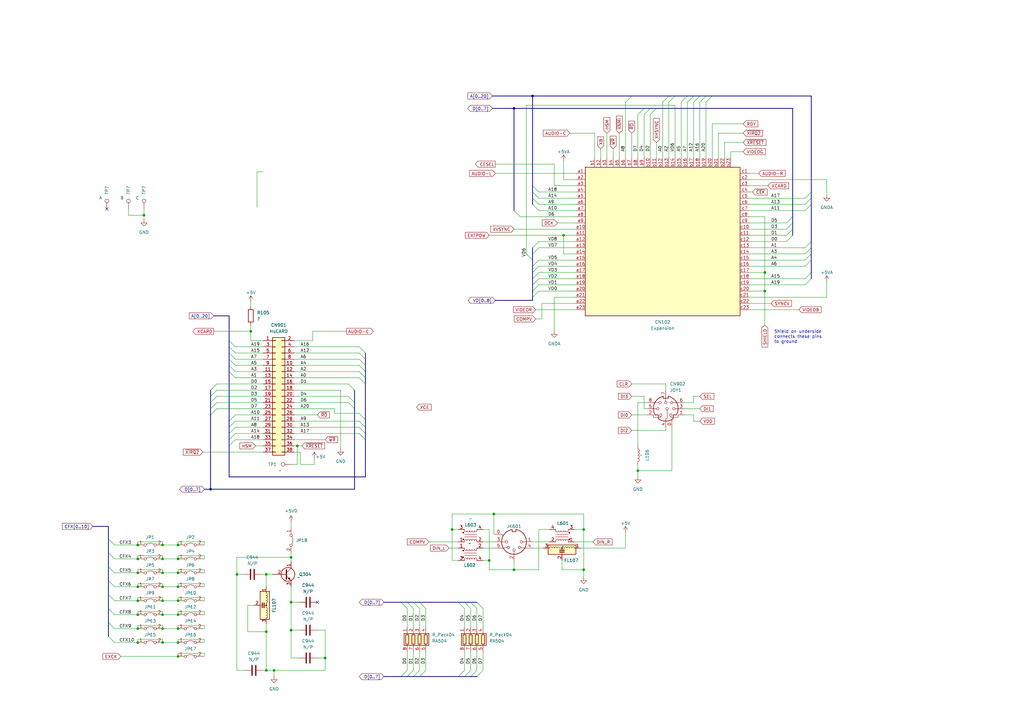
<source format=kicad_sch>
(kicad_sch (version 20230121) (generator eeschema)
  (paper "A3")
  (title_block (title "PC Engine Connectors") (date "2023-08-17") (rev "1.0") (comment 1 "Differences reverse engineered from original PWD-623A board") (comment 2 "Adapted from existing TurboGrafx-16 schematics by Cosam"))
  (junction (at 313.69 119.38))
  (junction (at 66.675 252.095))
  (junction (at 119.38 247.015))
  (junction (at 112.395 274.955))
  (junction (at 119.38 258.445))
  (junction (at 56.515 252.095))
  (junction (at 239.395 233.68))
  (junction (at 56.515 223.52))
  (junction (at 56.515 246.38))
  (junction (at 119.38 228.6))
  (junction (at 102.87 135.89))
  (junction (at 185.42 217.17))
  (junction (at 56.515 229.235))
  (junction (at 202.565 210.82))
  (junction (at 66.675 234.95))
  (junction (at 59.055 88.265))
  (junction (at 73.025 234.95))
  (junction (at 66.675 223.52))
  (junction (at 73.025 252.095))
  (junction (at 121.92 182.88))
  (junction (at 56.515 257.81))
  (junction (at 133.35 269.875))
  (junction (at 313.69 111.76))
  (junction (at 73.025 269.24))
  (junction (at 109.22 274.955))
  (junction (at 218.44 39.37))
  (junction (at 66.675 263.525))
  (junction (at 97.155 235.585))
  (junction (at 239.395 217.17))
  (junction (at 231.14 96.52))
  (junction (at 56.515 234.95))
  (junction (at 73.025 223.52))
  (junction (at 56.515 240.665))
  (junction (at 200.66 229.87))
  (junction (at 210.82 44.45))
  (junction (at 73.025 257.81))
  (junction (at 261.62 193.04))
  (junction (at 56.515 263.525))
  (junction (at 66.675 229.235))
  (junction (at 66.675 257.81))
  (junction (at 109.22 235.585))
  (junction (at 109.22 259.08))
  (junction (at 73.025 263.525))
  (junction (at 73.025 240.665))
  (junction (at 73.025 229.235))
  (junction (at 86.36 200.66))
  (junction (at 73.025 246.38))
  (junction (at 66.675 240.665))
  (junction (at 210.82 233.68))
  (junction (at 66.675 246.38))
  (no_connect (at 43.815 85.725))
  (no_connect (at 130.175 247.015))
  (bus_entry (at 44.45 238.125) (size 2.54 2.54))
  (bus_entry (at 218.44 106.68) (size -2.54 -2.54))
  (bus_entry (at 261.62 46.99) (size 2.54 -2.54))
  (bus_entry (at 149.86 175.26) (size -2.54 -2.54))
  (bus_entry (at 218.44 101.6) (size 2.54 -2.54))
  (bus_entry (at 86.36 165.1) (size 2.54 -2.54))
  (bus_entry (at 330.2 106.68) (size 2.54 -2.54))
  (bus_entry (at 149.86 180.34) (size -2.54 -2.54))
  (bus_entry (at 93.98 144.78) (size 2.54 2.54))
  (bus_entry (at 93.98 149.86) (size 2.54 2.54))
  (bus_entry (at 149.86 144.78) (size -2.54 -2.54))
  (bus_entry (at 218.44 119.38) (size 2.54 -2.54))
  (bus_entry (at 164.465 277.495) (size 2.54 -2.54))
  (bus_entry (at 147.32 154.94) (size 2.54 2.54))
  (bus_entry (at 210.82 86.36) (size 2.54 2.54))
  (bus_entry (at 281.94 41.91) (size 2.54 -2.54))
  (bus_entry (at 218.44 121.92) (size 2.54 -2.54))
  (bus_entry (at 218.44 109.22) (size 2.54 -2.54))
  (bus_entry (at 93.98 175.26) (size 2.54 -2.54))
  (bus_entry (at 187.96 277.495) (size 2.54 -2.54))
  (bus_entry (at 195.58 247.015) (size 2.54 2.54))
  (bus_entry (at 149.86 177.8) (size -2.54 -2.54))
  (bus_entry (at 193.04 277.495) (size 2.54 -2.54))
  (bus_entry (at 172.085 277.495) (size 2.54 -2.54))
  (bus_entry (at 86.36 170.18) (size 2.54 -2.54))
  (bus_entry (at 287.02 41.91) (size 2.54 -2.54))
  (bus_entry (at 256.54 41.91) (size 2.54 -2.54))
  (bus_entry (at 149.86 154.94) (size -2.54 -2.54))
  (bus_entry (at 167.005 247.015) (size 2.54 2.54))
  (bus_entry (at 289.56 41.91) (size 2.54 -2.54))
  (bus_entry (at 149.86 147.32) (size -2.54 -2.54))
  (bus_entry (at 264.16 46.99) (size 2.54 -2.54))
  (bus_entry (at 266.7 46.99) (size 2.54 -2.54))
  (bus_entry (at 93.98 177.8) (size 2.54 -2.54))
  (bus_entry (at 322.58 99.06) (size 2.54 -2.54))
  (bus_entry (at 330.2 109.22) (size 2.54 -2.54))
  (bus_entry (at 220.98 81.28) (size -2.54 -2.54))
  (bus_entry (at 330.2 83.82) (size 2.54 -2.54))
  (bus_entry (at 322.58 93.98) (size 2.54 -2.54))
  (bus_entry (at 142.875 157.48) (size 2.54 2.54))
  (bus_entry (at 86.36 162.56) (size 2.54 -2.54))
  (bus_entry (at 44.45 243.84) (size 2.54 2.54))
  (bus_entry (at 284.48 41.91) (size 2.54 -2.54))
  (bus_entry (at 93.98 139.7) (size 2.54 2.54))
  (bus_entry (at 145.415 167.64) (size -2.54 -2.54))
  (bus_entry (at 330.2 101.6) (size 2.54 -2.54))
  (bus_entry (at 330.2 81.28) (size 2.54 -2.54))
  (bus_entry (at 220.98 86.36) (size -2.54 -2.54))
  (bus_entry (at 322.58 91.44) (size 2.54 -2.54))
  (bus_entry (at 93.98 172.72) (size 2.54 -2.54))
  (bus_entry (at 145.415 165.1) (size -2.54 -2.54))
  (bus_entry (at 44.45 232.41) (size 2.54 2.54))
  (bus_entry (at 44.45 249.555) (size 2.54 2.54))
  (bus_entry (at 218.44 114.3) (size 2.54 -2.54))
  (bus_entry (at 169.545 277.495) (size 2.54 -2.54))
  (bus_entry (at 169.545 247.015) (size 2.54 2.54))
  (bus_entry (at 322.58 96.52) (size 2.54 -2.54))
  (bus_entry (at 149.86 172.085) (size -2.54 -2.54))
  (bus_entry (at 44.45 226.695) (size 2.54 2.54))
  (bus_entry (at 274.32 41.91) (size 2.54 -2.54))
  (bus_entry (at 218.44 116.84) (size 2.54 -2.54))
  (bus_entry (at 190.5 277.495) (size 2.54 -2.54))
  (bus_entry (at 164.465 247.015) (size 2.54 2.54))
  (bus_entry (at 279.4 41.91) (size 2.54 -2.54))
  (bus_entry (at 218.44 104.14) (size 2.54 -2.54))
  (bus_entry (at 149.86 152.4) (size -2.54 -2.54))
  (bus_entry (at 93.98 147.32) (size 2.54 2.54))
  (bus_entry (at 93.98 152.4) (size 2.54 2.54))
  (bus_entry (at 330.2 116.84) (size 2.54 -2.54))
  (bus_entry (at 220.98 78.74) (size -2.54 -2.54))
  (bus_entry (at 86.36 160.02) (size 2.54 -2.54))
  (bus_entry (at 190.5 247.015) (size 2.54 2.54))
  (bus_entry (at 220.98 83.82) (size -2.54 -2.54))
  (bus_entry (at 218.44 111.76) (size 2.54 -2.54))
  (bus_entry (at 330.2 86.36) (size 2.54 -2.54))
  (bus_entry (at 44.45 260.985) (size 2.54 2.54))
  (bus_entry (at 44.45 255.27) (size 2.54 2.54))
  (bus_entry (at 93.98 182.88) (size 2.54 -2.54))
  (bus_entry (at 44.45 220.98) (size 2.54 2.54))
  (bus_entry (at 93.98 180.34) (size 2.54 -2.54))
  (bus_entry (at 93.98 142.24) (size 2.54 2.54))
  (bus_entry (at 271.78 41.91) (size 2.54 -2.54))
  (bus_entry (at 330.2 114.3) (size 2.54 -2.54))
  (bus_entry (at 167.005 277.495) (size 2.54 -2.54))
  (bus_entry (at 187.96 247.015) (size 2.54 2.54))
  (bus_entry (at 86.36 167.64) (size 2.54 -2.54))
  (bus_entry (at 195.58 277.495) (size 2.54 -2.54))
  (bus_entry (at 149.86 149.86) (size -2.54 -2.54))
  (bus_entry (at 330.2 104.14) (size 2.54 -2.54))
  (bus_entry (at 193.04 247.015) (size 2.54 2.54))
  (bus_entry (at 172.085 247.015) (size 2.54 2.54))
  (wire (pts (xy 46.99 263.525) (xy 56.515 263.525)))
  (wire (pts (xy 73.025 256.54) (xy 83.82 256.54)))
  (wire (pts (xy 256.54 64.77) (xy 256.54 41.91)))
  (wire (pts (xy 139.7 184.15) (xy 139.7 160.02)))
  (wire (pts (xy 112.395 274.955) (xy 112.395 277.495)))
  (wire (pts (xy 276.86 43.18) (xy 215.9 43.18)))
  (bus (pts (xy 210.82 44.45) (xy 210.82 86.36)))
  (wire (pts (xy 294.64 54.61) (xy 294.64 64.77)))
  (wire (pts (xy 83.82 240.665) (xy 83.185 240.665)))
  (wire (pts (xy 109.22 235.585) (xy 111.76 235.585)))
  (wire (pts (xy 83.82 256.54) (xy 83.82 257.81)))
  (wire (pts (xy 275.59 193.04) (xy 275.59 175.26)))
  (wire (pts (xy 220.98 114.3) (xy 236.22 114.3)))
  (bus (pts (xy 93.98 195.58) (xy 149.86 195.58)))
  (bus (pts (xy 167.005 277.495) (xy 164.465 277.495)))
  (wire (pts (xy 66.675 240.665) (xy 73.025 240.665)))
  (wire (pts (xy 56.515 239.395) (xy 56.515 240.665)))
  (wire (pts (xy 266.7 64.77) (xy 266.7 46.99)))
  (bus (pts (xy 203.2 123.19) (xy 218.44 123.19)))
  (wire (pts (xy 49.53 269.24) (xy 73.025 269.24)))
  (wire (pts (xy 73.025 250.825) (xy 83.82 250.825)))
  (bus (pts (xy 167.005 247.015) (xy 164.465 247.015)))
  (bus (pts (xy 87.63 129.54) (xy 93.98 129.54)))
  (wire (pts (xy 174.625 257.175) (xy 174.625 249.555)))
  (wire (pts (xy 169.545 267.335) (xy 169.545 274.955)))
  (bus (pts (xy 332.74 39.37) (xy 332.74 78.74)))
  (bus (pts (xy 172.085 247.015) (xy 169.545 247.015)))
  (wire (pts (xy 222.25 124.46) (xy 236.22 124.46)))
  (bus (pts (xy 218.44 39.37) (xy 259.08 39.37)))
  (wire (pts (xy 299.72 62.23) (xy 304.8 62.23)))
  (wire (pts (xy 280.67 170.18) (xy 284.48 170.18)))
  (wire (pts (xy 236.22 86.36) (xy 220.98 86.36)))
  (wire (pts (xy 66.675 250.825) (xy 66.675 252.095)))
  (wire (pts (xy 56.515 227.965) (xy 66.675 227.965)))
  (wire (pts (xy 83.82 229.235) (xy 83.185 229.235)))
  (bus (pts (xy 44.45 255.27) (xy 44.45 249.555)))
  (wire (pts (xy 66.675 222.25) (xy 66.675 223.52)))
  (wire (pts (xy 284.48 165.1) (xy 284.48 162.56)))
  (wire (pts (xy 195.58 257.175) (xy 195.58 249.555)))
  (wire (pts (xy 97.155 235.585) (xy 97.155 228.6)))
  (wire (pts (xy 97.155 235.585) (xy 97.155 274.955)))
  (wire (pts (xy 88.9 167.64) (xy 107.95 167.64)))
  (wire (pts (xy 73.025 256.54) (xy 73.025 257.81)))
  (wire (pts (xy 83.82 250.825) (xy 83.82 252.095)))
  (bus (pts (xy 44.45 220.98) (xy 44.45 215.9)))
  (wire (pts (xy 238.125 224.79) (xy 256.54 224.79)))
  (wire (pts (xy 243.84 54.61) (xy 243.84 64.77)))
  (wire (pts (xy 202.565 210.82) (xy 239.395 210.82)))
  (wire (pts (xy 200.66 229.87) (xy 200.66 217.17)))
  (wire (pts (xy 107.95 70.485) (xy 105.41 70.485)))
  (wire (pts (xy 185.42 210.82) (xy 185.42 217.17)))
  (wire (pts (xy 203.2 71.12) (xy 236.22 71.12)))
  (wire (pts (xy 96.52 172.72) (xy 107.95 172.72)))
  (wire (pts (xy 83.82 267.97) (xy 83.82 269.24)))
  (wire (pts (xy 307.34 71.12) (xy 311.15 71.12)))
  (wire (pts (xy 56.515 245.11) (xy 66.675 245.11)))
  (wire (pts (xy 56.515 233.68) (xy 66.675 233.68)))
  (wire (pts (xy 230.505 233.68) (xy 239.395 233.68)))
  (wire (pts (xy 56.515 256.54) (xy 56.515 257.81)))
  (bus (pts (xy 86.36 165.1) (xy 86.36 167.64)))
  (bus (pts (xy 218.44 109.22) (xy 218.44 111.76)))
  (wire (pts (xy 73.025 222.25) (xy 83.82 222.25)))
  (bus (pts (xy 149.86 177.8) (xy 149.86 180.34)))
  (wire (pts (xy 307.34 121.92) (xy 339.09 121.92)))
  (wire (pts (xy 254 54.61) (xy 254 64.77)))
  (wire (pts (xy 210.82 229.87) (xy 210.82 233.68)))
  (wire (pts (xy 120.65 144.78) (xy 147.32 144.78)))
  (wire (pts (xy 218.44 222.25) (xy 225.425 222.25)))
  (wire (pts (xy 66.675 262.255) (xy 66.675 263.525)))
  (wire (pts (xy 96.52 147.32) (xy 107.95 147.32)))
  (wire (pts (xy 120.65 177.8) (xy 147.32 177.8)))
  (wire (pts (xy 307.34 86.36) (xy 330.2 86.36)))
  (bus (pts (xy 149.86 175.26) (xy 149.86 177.8)))
  (wire (pts (xy 239.395 233.68) (xy 239.395 236.855)))
  (wire (pts (xy 139.7 160.02) (xy 120.65 160.02)))
  (bus (pts (xy 93.98 182.88) (xy 93.98 195.58)))
  (wire (pts (xy 220.98 106.68) (xy 236.22 106.68)))
  (wire (pts (xy 235.585 222.25) (xy 243.205 222.25)))
  (wire (pts (xy 87.63 135.89) (xy 102.87 135.89)))
  (wire (pts (xy 307.34 127) (xy 327.66 127)))
  (wire (pts (xy 281.94 64.77) (xy 281.94 41.91)))
  (wire (pts (xy 284.48 172.72) (xy 284.48 170.18)))
  (wire (pts (xy 236.22 76.2) (xy 227.33 76.2)))
  (bus (pts (xy 93.98 139.7) (xy 93.98 129.54)))
  (wire (pts (xy 198.12 224.79) (xy 203.2 224.79)))
  (wire (pts (xy 236.22 99.06) (xy 220.98 99.06)))
  (wire (pts (xy 200.66 217.17) (xy 198.12 217.17)))
  (bus (pts (xy 172.085 277.495) (xy 187.96 277.495)))
  (wire (pts (xy 104.775 182.88) (xy 107.95 182.88)))
  (wire (pts (xy 83.82 227.965) (xy 83.82 229.235)))
  (bus (pts (xy 93.98 152.4) (xy 93.98 172.72)))
  (wire (pts (xy 46.99 223.52) (xy 56.515 223.52)))
  (wire (pts (xy 46.99 229.235) (xy 56.515 229.235)))
  (wire (pts (xy 56.515 227.965) (xy 56.515 229.235)))
  (wire (pts (xy 66.675 227.965) (xy 66.675 229.235)))
  (bus (pts (xy 145.415 160.02) (xy 145.415 165.1)))
  (wire (pts (xy 307.34 96.52) (xy 322.58 96.52)))
  (wire (pts (xy 120.65 157.48) (xy 142.875 157.48)))
  (wire (pts (xy 66.675 229.235) (xy 73.025 229.235)))
  (wire (pts (xy 66.675 245.11) (xy 66.675 246.38)))
  (wire (pts (xy 88.9 165.1) (xy 107.95 165.1)))
  (wire (pts (xy 259.08 170.18) (xy 265.43 170.18)))
  (bus (pts (xy 281.94 39.37) (xy 284.48 39.37)))
  (bus (pts (xy 44.45 215.9) (xy 38.1 215.9)))
  (wire (pts (xy 119.38 240.665) (xy 119.38 247.015)))
  (bus (pts (xy 259.08 39.37) (xy 274.32 39.37)))
  (wire (pts (xy 120.65 149.86) (xy 147.32 149.86)))
  (wire (pts (xy 96.52 144.78) (xy 107.95 144.78)))
  (wire (pts (xy 264.16 64.77) (xy 264.16 46.99)))
  (bus (pts (xy 218.44 104.14) (xy 218.44 106.68)))
  (wire (pts (xy 339.09 121.92) (xy 339.09 115.57)))
  (wire (pts (xy 274.32 64.77) (xy 274.32 41.91)))
  (wire (pts (xy 172.085 257.175) (xy 172.085 249.555)))
  (wire (pts (xy 66.675 246.38) (xy 73.025 246.38)))
  (wire (pts (xy 119.38 269.875) (xy 122.555 269.875)))
  (wire (pts (xy 56.515 222.25) (xy 56.515 223.52)))
  (wire (pts (xy 133.35 269.875) (xy 133.35 274.955)))
  (wire (pts (xy 220.98 111.76) (xy 236.22 111.76)))
  (bus (pts (xy 93.98 172.72) (xy 93.98 175.26)))
  (wire (pts (xy 120.65 152.4) (xy 147.32 152.4)))
  (wire (pts (xy 307.34 93.98) (xy 322.58 93.98)))
  (wire (pts (xy 66.675 257.81) (xy 73.025 257.81)))
  (wire (pts (xy 259.08 162.56) (xy 264.16 162.56)))
  (wire (pts (xy 128.27 135.89) (xy 128.27 139.7)))
  (wire (pts (xy 119.38 213.995) (xy 119.38 216.535)))
  (wire (pts (xy 137.16 169.545) (xy 137.16 167.64)))
  (wire (pts (xy 200.66 96.52) (xy 231.14 96.52)))
  (wire (pts (xy 83.82 234.95) (xy 83.185 234.95)))
  (wire (pts (xy 119.38 258.445) (xy 122.555 258.445)))
  (wire (pts (xy 120.65 154.94) (xy 147.32 154.94)))
  (wire (pts (xy 107.95 274.955) (xy 109.22 274.955)))
  (wire (pts (xy 299.72 64.77) (xy 299.72 62.23)))
  (bus (pts (xy 44.45 249.555) (xy 44.45 243.84)))
  (wire (pts (xy 169.545 257.175) (xy 169.545 249.555)))
  (wire (pts (xy 227.33 135.89) (xy 227.33 121.92)))
  (wire (pts (xy 215.9 43.18) (xy 215.9 104.14)))
  (wire (pts (xy 83.82 245.11) (xy 83.82 246.38)))
  (bus (pts (xy 93.98 152.4) (xy 93.98 149.86)))
  (wire (pts (xy 231.14 73.66) (xy 231.14 66.04)))
  (wire (pts (xy 109.22 274.955) (xy 112.395 274.955)))
  (bus (pts (xy 218.44 116.84) (xy 218.44 119.38)))
  (wire (pts (xy 120.65 182.88) (xy 121.92 182.88)))
  (wire (pts (xy 83.82 252.095) (xy 83.185 252.095)))
  (bus (pts (xy 172.085 247.015) (xy 187.96 247.015)))
  (bus (pts (xy 187.96 277.495) (xy 190.5 277.495)))
  (wire (pts (xy 52.705 85.725) (xy 52.705 88.265)))
  (bus (pts (xy 332.74 78.74) (xy 332.74 81.28)))
  (bus (pts (xy 325.12 93.98) (xy 325.12 96.52)))
  (wire (pts (xy 66.675 223.52) (xy 73.025 223.52)))
  (bus (pts (xy 44.45 226.695) (xy 44.45 220.98)))
  (wire (pts (xy 289.56 64.77) (xy 289.56 41.91)))
  (wire (pts (xy 172.085 267.335) (xy 172.085 274.955)))
  (wire (pts (xy 219.71 127) (xy 236.22 127)))
  (wire (pts (xy 294.64 54.61) (xy 304.8 54.61)))
  (bus (pts (xy 332.74 99.06) (xy 332.74 101.6)))
  (wire (pts (xy 102.87 133.35) (xy 102.87 135.89)))
  (wire (pts (xy 59.055 85.725) (xy 59.055 88.265)))
  (wire (pts (xy 121.92 190.5) (xy 119.38 190.5)))
  (wire (pts (xy 222.25 130.81) (xy 222.25 124.46)))
  (wire (pts (xy 184.15 224.79) (xy 187.96 224.79)))
  (wire (pts (xy 167.005 267.335) (xy 167.005 274.955)))
  (wire (pts (xy 73.025 239.395) (xy 73.025 240.665)))
  (wire (pts (xy 200.66 229.87) (xy 200.66 233.68)))
  (wire (pts (xy 130.175 258.445) (xy 133.35 258.445)))
  (wire (pts (xy 73.025 239.395) (xy 83.82 239.395)))
  (wire (pts (xy 133.35 269.875) (xy 130.175 269.875)))
  (bus (pts (xy 284.48 39.37) (xy 287.02 39.37)))
  (wire (pts (xy 120.65 142.24) (xy 147.32 142.24)))
  (wire (pts (xy 83.82 222.25) (xy 83.82 223.52)))
  (wire (pts (xy 73.025 233.68) (xy 73.025 234.95)))
  (wire (pts (xy 104.14 248.285) (xy 101.6 248.285)))
  (wire (pts (xy 236.22 83.82) (xy 220.98 83.82)))
  (wire (pts (xy 307.34 119.38) (xy 313.69 119.38)))
  (wire (pts (xy 218.44 224.79) (xy 222.885 224.79)))
  (wire (pts (xy 123.19 185.42) (xy 123.19 190.5)))
  (wire (pts (xy 210.82 93.98) (xy 236.22 93.98)))
  (wire (pts (xy 83.82 257.81) (xy 83.185 257.81)))
  (wire (pts (xy 251.46 60.96) (xy 251.46 64.77)))
  (wire (pts (xy 292.1 50.8) (xy 292.1 64.77)))
  (wire (pts (xy 46.99 246.38) (xy 56.515 246.38)))
  (bus (pts (xy 332.74 106.68) (xy 332.74 111.76)))
  (wire (pts (xy 280.67 167.64) (xy 287.02 167.64)))
  (bus (pts (xy 44.45 238.125) (xy 44.45 232.41)))
  (wire (pts (xy 133.35 258.445) (xy 133.35 269.875)))
  (wire (pts (xy 246.38 60.96) (xy 246.38 64.77)))
  (wire (pts (xy 307.34 73.66) (xy 339.09 73.66)))
  (wire (pts (xy 259.08 157.48) (xy 273.05 157.48)))
  (bus (pts (xy 332.74 83.82) (xy 332.74 99.06)))
  (bus (pts (xy 149.86 180.34) (xy 149.86 195.58)))
  (wire (pts (xy 73.025 262.255) (xy 83.82 262.255)))
  (bus (pts (xy 218.44 119.38) (xy 218.44 121.92)))
  (wire (pts (xy 88.9 160.02) (xy 107.95 160.02)))
  (wire (pts (xy 231.14 96.52) (xy 236.22 96.52)))
  (bus (pts (xy 93.98 147.32) (xy 93.98 144.78)))
  (wire (pts (xy 128.27 139.7) (xy 120.65 139.7)))
  (wire (pts (xy 307.34 99.06) (xy 322.58 99.06)))
  (wire (pts (xy 109.22 259.08) (xy 109.22 274.955)))
  (bus (pts (xy 93.98 175.26) (xy 93.98 177.8)))
  (bus (pts (xy 195.58 277.495) (xy 193.04 277.495)))
  (wire (pts (xy 96.52 142.24) (xy 107.95 142.24)))
  (wire (pts (xy 83.82 263.525) (xy 83.185 263.525)))
  (bus (pts (xy 287.02 39.37) (xy 289.56 39.37)))
  (wire (pts (xy 88.9 162.56) (xy 107.95 162.56)))
  (wire (pts (xy 46.99 240.665) (xy 56.515 240.665)))
  (wire (pts (xy 73.025 227.965) (xy 83.82 227.965)))
  (wire (pts (xy 97.155 228.6) (xy 119.38 228.6)))
  (wire (pts (xy 120.65 170.18) (xy 130.175 170.18)))
  (wire (pts (xy 307.34 76.2) (xy 314.96 76.2)))
  (wire (pts (xy 147.32 169.545) (xy 137.16 169.545)))
  (wire (pts (xy 56.515 222.25) (xy 66.675 222.25)))
  (wire (pts (xy 287.02 64.77) (xy 287.02 41.91)))
  (bus (pts (xy 86.36 160.02) (xy 86.36 162.56)))
  (wire (pts (xy 269.24 58.42) (xy 269.24 64.77)))
  (bus (pts (xy 332.74 111.76) (xy 332.74 114.3)))
  (wire (pts (xy 66.675 263.525) (xy 73.025 263.525)))
  (wire (pts (xy 198.12 222.25) (xy 203.2 222.25)))
  (wire (pts (xy 220.98 109.22) (xy 236.22 109.22)))
  (wire (pts (xy 120.65 165.1) (xy 142.875 165.1)))
  (wire (pts (xy 220.98 119.38) (xy 236.22 119.38)))
  (wire (pts (xy 248.92 54.61) (xy 248.92 64.77)))
  (wire (pts (xy 73.025 245.11) (xy 83.82 245.11)))
  (bus (pts (xy 93.98 149.86) (xy 93.98 147.32)))
  (wire (pts (xy 307.34 109.22) (xy 330.2 109.22)))
  (wire (pts (xy 307.34 114.3) (xy 330.2 114.3)))
  (wire (pts (xy 259.08 176.53) (xy 273.05 176.53)))
  (wire (pts (xy 307.34 101.6) (xy 330.2 101.6)))
  (bus (pts (xy 93.98 144.78) (xy 93.98 142.24)))
  (bus (pts (xy 218.44 101.6) (xy 218.44 104.14)))
  (bus (pts (xy 201.93 39.37) (xy 218.44 39.37)))
  (bus (pts (xy 218.44 106.68) (xy 218.44 109.22)))
  (wire (pts (xy 83.82 239.395) (xy 83.82 240.665)))
  (wire (pts (xy 261.62 182.88) (xy 261.62 165.1)))
  (wire (pts (xy 239.395 217.17) (xy 239.395 233.68)))
  (bus (pts (xy 274.32 39.37) (xy 276.86 39.37)))
  (wire (pts (xy 235.585 217.17) (xy 239.395 217.17)))
  (bus (pts (xy 218.44 81.28) (xy 218.44 78.74)))
  (wire (pts (xy 73.025 227.965) (xy 73.025 229.235)))
  (wire (pts (xy 102.87 135.89) (xy 102.87 139.7)))
  (wire (pts (xy 66.675 239.395) (xy 66.675 240.665)))
  (bus (pts (xy 157.48 247.015) (xy 164.465 247.015)))
  (wire (pts (xy 307.34 91.44) (xy 322.58 91.44)))
  (wire (pts (xy 59.055 88.265) (xy 59.055 90.17)))
  (wire (pts (xy 120.65 147.32) (xy 147.32 147.32)))
  (wire (pts (xy 66.675 256.54) (xy 66.675 257.81)))
  (wire (pts (xy 73.025 245.11) (xy 73.025 246.38)))
  (bus (pts (xy 44.45 232.41) (xy 44.45 226.695)))
  (bus (pts (xy 149.86 149.86) (xy 149.86 152.4)))
  (wire (pts (xy 56.515 250.825) (xy 56.515 252.095)))
  (wire (pts (xy 83.82 233.68) (xy 83.82 234.95)))
  (wire (pts (xy 52.705 88.265) (xy 59.055 88.265)))
  (bus (pts (xy 325.12 88.9) (xy 325.12 91.44)))
  (bus (pts (xy 44.45 260.985) (xy 44.45 255.27)))
  (wire (pts (xy 236.22 73.66) (xy 231.14 73.66)))
  (wire (pts (xy 271.78 64.77) (xy 271.78 41.91)))
  (bus (pts (xy 210.82 44.45) (xy 264.16 44.45)))
  (bus (pts (xy 149.86 154.94) (xy 149.86 157.48)))
  (wire (pts (xy 279.4 64.77) (xy 279.4 41.91)))
  (wire (pts (xy 101.6 248.285) (xy 101.6 259.08)))
  (wire (pts (xy 193.04 267.335) (xy 193.04 274.955)))
  (wire (pts (xy 107.315 235.585) (xy 109.22 235.585)))
  (wire (pts (xy 83.82 223.52) (xy 83.185 223.52)))
  (bus (pts (xy 195.58 247.015) (xy 193.04 247.015)))
  (wire (pts (xy 239.395 210.82) (xy 239.395 217.17)))
  (wire (pts (xy 123.19 190.5) (xy 128.905 190.5)))
  (wire (pts (xy 210.82 233.68) (xy 220.98 233.68)))
  (wire (pts (xy 96.52 180.34) (xy 107.95 180.34)))
  (bus (pts (xy 93.98 177.8) (xy 93.98 180.34)))
  (wire (pts (xy 264.16 167.64) (xy 265.43 167.64)))
  (wire (pts (xy 96.52 175.26) (xy 107.95 175.26)))
  (wire (pts (xy 185.42 217.17) (xy 185.42 229.87)))
  (wire (pts (xy 273.05 176.53) (xy 273.05 175.26)))
  (wire (pts (xy 230.505 229.87) (xy 230.505 233.68)))
  (wire (pts (xy 284.48 162.56) (xy 287.02 162.56)))
  (wire (pts (xy 56.515 239.395) (xy 66.675 239.395)))
  (wire (pts (xy 313.69 111.76) (xy 313.69 119.38)))
  (wire (pts (xy 236.22 104.14) (xy 231.14 104.14)))
  (wire (pts (xy 46.99 257.81) (xy 56.515 257.81)))
  (wire (pts (xy 307.34 104.14) (xy 330.2 104.14)))
  (wire (pts (xy 66.675 233.68) (xy 66.675 234.95)))
  (bus (pts (xy 218.44 83.82) (xy 218.44 81.28)))
  (wire (pts (xy 202.565 210.82) (xy 202.565 219.075)))
  (wire (pts (xy 190.5 257.175) (xy 190.5 249.555)))
  (wire (pts (xy 96.52 154.94) (xy 107.95 154.94)))
  (wire (pts (xy 236.22 78.74) (xy 220.98 78.74)))
  (bus (pts (xy 157.48 277.495) (xy 164.465 277.495)))
  (wire (pts (xy 96.52 177.8) (xy 107.95 177.8)))
  (wire (pts (xy 102.87 139.7) (xy 107.95 139.7)))
  (wire (pts (xy 73.025 267.97) (xy 83.82 267.97)))
  (wire (pts (xy 261.62 190.5) (xy 261.62 193.04)))
  (wire (pts (xy 96.52 149.86) (xy 107.95 149.86)))
  (wire (pts (xy 261.62 64.77) (xy 261.62 46.99)))
  (wire (pts (xy 233.68 54.61) (xy 243.84 54.61)))
  (wire (pts (xy 304.8 58.42) (xy 297.18 58.42)))
  (wire (pts (xy 120.65 162.56) (xy 142.875 162.56)))
  (wire (pts (xy 175.895 222.25) (xy 187.96 222.25)))
  (bus (pts (xy 332.74 101.6) (xy 332.74 104.14)))
  (wire (pts (xy 96.52 170.18) (xy 107.95 170.18)))
  (wire (pts (xy 83.185 185.42) (xy 107.95 185.42)))
  (wire (pts (xy 119.38 226.695) (xy 119.38 228.6)))
  (wire (pts (xy 123.19 185.42) (xy 120.65 185.42)))
  (wire (pts (xy 133.35 274.955) (xy 112.395 274.955)))
  (wire (pts (xy 261.62 165.1) (xy 265.43 165.1)))
  (wire (pts (xy 122.555 247.015) (xy 119.38 247.015)))
  (wire (pts (xy 167.005 257.175) (xy 167.005 249.555)))
  (wire (pts (xy 56.515 262.255) (xy 66.675 262.255)))
  (wire (pts (xy 109.22 235.585) (xy 109.22 240.665)))
  (wire (pts (xy 198.12 257.175) (xy 198.12 249.555)))
  (wire (pts (xy 73.025 222.25) (xy 73.025 223.52)))
  (wire (pts (xy 88.9 157.48) (xy 107.95 157.48)))
  (wire (pts (xy 83.82 269.24) (xy 83.185 269.24)))
  (bus (pts (xy 325.12 44.45) (xy 325.12 88.9)))
  (bus (pts (xy 83.82 200.66) (xy 86.36 200.66)))
  (bus (pts (xy 145.415 167.64) (xy 145.415 200.66)))
  (bus (pts (xy 187.96 247.015) (xy 190.5 247.015)))
  (bus (pts (xy 332.74 104.14) (xy 332.74 106.68)))
  (wire (pts (xy 120.65 167.64) (xy 137.16 167.64)))
  (wire (pts (xy 119.38 247.015) (xy 119.38 258.445)))
  (bus (pts (xy 86.36 170.18) (xy 86.36 200.66)))
  (wire (pts (xy 73.025 267.97) (xy 73.025 269.24)))
  (wire (pts (xy 307.34 111.76) (xy 313.69 111.76)))
  (bus (pts (xy 169.545 247.015) (xy 167.005 247.015)))
  (bus (pts (xy 172.085 277.495) (xy 169.545 277.495)))
  (wire (pts (xy 185.42 210.82) (xy 202.565 210.82)))
  (wire (pts (xy 276.86 43.18) (xy 276.86 64.77)))
  (bus (pts (xy 276.86 39.37) (xy 281.94 39.37)))
  (wire (pts (xy 99.695 235.585) (xy 97.155 235.585)))
  (wire (pts (xy 46.99 234.95) (xy 56.515 234.95)))
  (wire (pts (xy 128.905 187.96) (xy 128.905 190.5)))
  (bus (pts (xy 332.74 81.28) (xy 332.74 83.82)))
  (wire (pts (xy 264.16 162.56) (xy 264.16 167.64)))
  (wire (pts (xy 120.65 172.72) (xy 147.32 172.72)))
  (wire (pts (xy 56.515 245.11) (xy 56.515 246.38)))
  (bus (pts (xy 190.5 247.015) (xy 193.04 247.015)))
  (wire (pts (xy 73.025 250.825) (xy 73.025 252.095)))
  (wire (pts (xy 307.34 81.28) (xy 330.2 81.28)))
  (bus (pts (xy 218.44 114.3) (xy 218.44 116.84)))
  (bus (pts (xy 201.93 44.45) (xy 210.82 44.45)))
  (bus (pts (xy 190.5 277.495) (xy 193.04 277.495)))
  (wire (pts (xy 105.41 70.485) (xy 105.41 85.09)))
  (wire (pts (xy 307.34 124.46) (xy 316.23 124.46)))
  (wire (pts (xy 56.515 250.825) (xy 66.675 250.825)))
  (wire (pts (xy 236.22 81.28) (xy 220.98 81.28)))
  (wire (pts (xy 213.36 88.9) (xy 236.22 88.9)))
  (wire (pts (xy 220.98 101.6) (xy 236.22 101.6)))
  (wire (pts (xy 121.92 182.88) (xy 123.825 182.88)))
  (wire (pts (xy 280.67 165.1) (xy 284.48 165.1)))
  (bus (pts (xy 44.45 243.84) (xy 44.45 238.125)))
  (wire (pts (xy 120.65 180.34) (xy 133.35 180.34)))
  (wire (pts (xy 101.6 259.08) (xy 109.22 259.08)))
  (bus (pts (xy 149.86 157.48) (xy 149.86 172.085)))
  (bus (pts (xy 86.36 167.64) (xy 86.36 170.18)))
  (wire (pts (xy 185.42 229.87) (xy 187.96 229.87)))
  (wire (pts (xy 120.65 175.26) (xy 147.32 175.26)))
  (wire (pts (xy 219.71 130.81) (xy 222.25 130.81)))
  (wire (pts (xy 119.38 258.445) (xy 119.38 269.875)))
  (bus (pts (xy 86.36 162.56) (xy 86.36 165.1)))
  (wire (pts (xy 228.6 91.44) (xy 236.22 91.44)))
  (wire (pts (xy 273.05 157.48) (xy 273.05 160.02)))
  (wire (pts (xy 73.025 233.68) (xy 83.82 233.68)))
  (bus (pts (xy 218.44 121.92) (xy 218.44 123.19)))
  (bus (pts (xy 93.98 180.34) (xy 93.98 182.88)))
  (wire (pts (xy 307.34 106.68) (xy 330.2 106.68)))
  (wire (pts (xy 261.62 193.04) (xy 261.62 195.58)))
  (wire (pts (xy 307.34 116.84) (xy 330.2 116.84)))
  (bus (pts (xy 149.86 147.32) (xy 149.86 149.86)))
  (wire (pts (xy 225.425 217.17) (xy 220.98 217.17)))
  (wire (pts (xy 220.98 116.84) (xy 236.22 116.84)))
  (bus (pts (xy 169.545 277.495) (xy 167.005 277.495)))
  (wire (pts (xy 195.58 267.335) (xy 195.58 274.955)))
  (wire (pts (xy 121.92 182.88) (xy 121.92 190.5)))
  (wire (pts (xy 187.96 217.17) (xy 185.42 217.17)))
  (wire (pts (xy 227.33 67.31) (xy 203.2 67.31)))
  (wire (pts (xy 66.675 234.95) (xy 73.025 234.95)))
  (wire (pts (xy 220.98 217.17) (xy 220.98 233.68)))
  (wire (pts (xy 231.14 104.14) (xy 231.14 96.52)))
  (wire (pts (xy 56.515 233.68) (xy 56.515 234.95)))
  (wire (pts (xy 56.515 256.54) (xy 66.675 256.54)))
  (wire (pts (xy 109.22 259.08) (xy 109.22 255.905)))
  (wire (pts (xy 198.12 267.335) (xy 198.12 274.955)))
  (wire (pts (xy 128.27 135.89) (xy 142.24 135.89)))
  (wire (pts (xy 83.82 246.38) (xy 83.185 246.38)))
  (bus (pts (xy 149.86 172.085) (xy 149.86 175.26)))
  (bus (pts (xy 218.44 76.2) (xy 218.44 39.37)))
  (bus (pts (xy 218.44 111.76) (xy 218.44 114.3)))
  (bus (pts (xy 145.415 165.1) (xy 145.415 167.64)))
  (wire (pts (xy 200.66 233.68) (xy 210.82 233.68)))
  (wire (pts (xy 227.33 76.2) (xy 227.33 67.31)))
  (bus (pts (xy 145.415 200.66) (xy 86.36 200.66)))
  (wire (pts (xy 73.025 262.255) (xy 73.025 263.525)))
  (wire (pts (xy 66.675 252.095) (xy 73.025 252.095)))
  (wire (pts (xy 304.8 50.8) (xy 292.1 50.8)))
  (wire (pts (xy 193.04 257.175) (xy 193.04 249.555)))
  (wire (pts (xy 261.62 193.04) (xy 275.59 193.04)))
  (wire (pts (xy 202.565 219.075) (xy 203.2 219.075)))
  (wire (pts (xy 284.48 64.77) (xy 284.48 41.91)))
  (wire (pts (xy 256.54 218.44) (xy 256.54 224.79)))
  (wire (pts (xy 297.18 58.42) (xy 297.18 64.77)))
  (bus (pts (xy 218.44 78.74) (xy 218.44 76.2)))
  (bus (pts (xy 93.98 142.24) (xy 93.98 139.7)))
  (bus (pts (xy 264.16 44.45) (xy 266.7 44.45)))
  (wire (pts (xy 96.52 152.4) (xy 107.95 152.4)))
  (wire (pts (xy 46.99 252.095) (xy 56.515 252.095)))
  (wire (pts (xy 227.33 121.92) (xy 236.22 121.92)))
  (bus (pts (xy 292.1 39.37) (xy 332.74 39.37)))
  (wire (pts (xy 119.38 228.6) (xy 119.38 230.505)))
  (bus (pts (xy 149.86 152.4) (xy 149.86 154.94)))
  (wire (pts (xy 313.69 119.38) (xy 313.69 133.35)))
  (wire (pts (xy 83.82 262.255) (xy 83.82 263.525)))
  (wire (pts (xy 174.625 267.335) (xy 174.625 274.955)))
  (wire (pts (xy 259.08 54.61) (xy 259.08 64.77)))
  (bus (pts (xy 266.7 44.45) (xy 269.24 44.45)))
  (wire (pts (xy 97.155 274.955) (xy 100.33 274.955)))
  (wire (pts (xy 307.34 88.9) (xy 313.69 88.9)))
  (wire (pts (xy 307.34 78.74) (xy 308.61 78.74)))
  (wire (pts (xy 198.12 229.87) (xy 200.66 229.87)))
  (bus (pts (xy 325.12 91.44) (xy 325.12 93.98)))
  (wire (pts (xy 190.5 267.335) (xy 190.5 274.955)))
  (wire (pts (xy 307.34 83.82) (xy 330.2 83.82)))
  (wire (pts (xy 313.69 88.9) (xy 313.69 111.76)))
  (wire (pts (xy 56.515 262.255) (xy 56.515 263.525)))
  (wire (pts (xy 339.09 73.66) (xy 339.09 80.01)))
  (wire (pts (xy 102.87 123.825) (xy 102.87 125.73)))
  (wire (pts (xy 284.48 172.72) (xy 287.02 172.72)))
  (bus (pts (xy 149.86 144.78) (xy 149.86 147.32)))
  (bus (pts (xy 289.56 39.37) (xy 292.1 39.37)))
  (bus (pts (xy 269.24 44.45) (xy 325.12 44.45)))
  (text "Shield on underside\nconnects these pins\nto ground" (at 317.5 140.97 0) (effects (font (size 1.27 1.27)) (justify left bottom)))
  (label "D6" (at 123.19 165.1 0))
  (label "A10" (at 224.79 86.36 0))
  (label "CFX3" (at 48.895 223.52 0))
  (label "D4" (at 123.19 162.56 0))
  (label "CFX8" (at 48.895 252.095 0))
  (label "A0" (at 271.78 62.23 90))
  (label "A3" (at 102.87 152.4 0))
  (label "A18" (at 102.87 180.34 0))
  (label "D7" (at 198.12 272.415 90))
  (label "D2" (at 172.085 272.415 90))
  (label "A5" (at 102.87 149.86 0))
  (label "A16" (at 287.02 62.23 90))
  (label "CFX5" (at 48.895 234.95 0))
  (label "D1" (at 316.23 96.52 0))
  (label "A4" (at 123.19 149.86 0))
  (label "A9" (at 123.19 172.72 0))
  (label "D6" (at 195.58 272.415 90))
  (label "D4" (at 190.5 252.095 270))
  (label "CFX9" (at 48.895 257.81 0))
  (label "D1" (at 123.19 157.48 0))
  (label "A2" (at 274.32 62.23 90))
  (label "D3" (at 174.625 252.095 270))
  (label "D2" (at 172.085 252.095 270))
  (label "A20" (at 123.19 167.64 0))
  (label "VD5" (at 228.6 106.68 180))
  (label "D5" (at 193.04 272.415 90))
  (label "D3" (at 316.23 93.98 0))
  (label "A8" (at 102.87 175.26 0))
  (label "CFX4" (at 48.895 229.235 0))
  (label "VD3" (at 228.6 111.76 180))
  (label "A9" (at 224.79 83.82 0))
  (label "A14" (at 224.79 81.28 0))
  (label "CFX6" (at 48.895 240.665 0))
  (label "A19" (at 316.23 116.84 0))
  (label "A3" (at 316.23 104.14 0))
  (label "A16" (at 123.19 142.24 0))
  (label "D3" (at 174.625 272.415 90))
  (label "A11" (at 316.23 86.36 0))
  (label "VD7" (at 228.6 101.6 180))
  (label "VD0" (at 228.6 119.38 180))
  (label "D7" (at 198.12 252.095 270))
  (label "A0" (at 123.19 154.94 0))
  (label "A13" (at 123.19 175.26 0))
  (label "A12" (at 123.19 144.78 0))
  (label "A17" (at 123.19 177.8 0))
  (label "D4" (at 190.5 272.415 90))
  (label "A13" (at 316.23 83.82 0))
  (label "D2" (at 102.87 160.02 0))
  (label "D1" (at 169.545 252.095 270))
  (label "D7" (at 102.87 167.64 0))
  (label "A1" (at 316.23 101.6 0))
  (label "D3" (at 102.87 162.56 0))
  (label "D4" (at 264.16 62.23 90))
  (label "VD1" (at 228.6 116.84 180))
  (label "A19" (at 102.87 142.24 0))
  (label "D0" (at 167.005 252.095 270))
  (label "VD6" (at 215.9 101.6 270))
  (label "A6" (at 316.23 109.22 0))
  (label "D0" (at 316.23 99.06 0))
  (label "D2" (at 266.7 62.23 90))
  (label "A5" (at 279.4 62.23 90))
  (label "D7" (at 261.62 62.23 90))
  (label "A4" (at 316.23 106.68 0))
  (label "CFX7" (at 48.895 246.38 0))
  (label "A20" (at 289.56 62.23 90))
  (label "VD6" (at 276.86 62.23 90))
  (label "A12" (at 284.48 62.23 90))
  (label "A8" (at 256.54 62.23 90))
  (label "A7" (at 102.87 147.32 0))
  (label "A15" (at 102.87 144.78 0))
  (label "CFX10" (at 48.895 263.525 0))
  (label "D0" (at 167.005 272.415 90))
  (label "A15" (at 316.23 114.3 0))
  (label "A18" (at 224.79 78.74 0))
  (label "VD8" (at 224.79 99.06 0))
  (label "A7" (at 281.94 62.23 90))
  (label "A6" (at 123.19 147.32 0))
  (label "D0" (at 102.87 157.48 0))
  (label "VD4" (at 228.6 109.22 180))
  (label "A10" (at 102.87 170.18 0))
  (label "D1" (at 169.545 272.415 90))
  (label "D6" (at 224.79 88.9 0))
  (label "A1" (at 102.87 154.94 0))
  (label "A17" (at 316.23 81.28 0))
  (label "A2" (at 123.19 152.4 0))
  (label "D5" (at 102.87 165.1 0))
  (label "D5" (at 316.23 91.44 0))
  (label "A14" (at 102.87 177.8 0))
  (label "VD2" (at 228.6 114.3 180))
  (label "D6" (at 195.58 252.095 270))
  (label "A11" (at 102.87 172.72 0))
  (label "D5" (at 193.04 252.095 270))
  (global_label "VDD" (shape input) (at 287.02 172.72 0) (property "Intersheetrefs" "${INTERSHEET_REFS}" (effects hide)))
  (global_label "RDY" (shape input) (at 304.8 50.8 0) (property "Intersheetrefs" "${INTERSHEET_REFS}" (effects hide)))
  (global_label "XCE" (shape input) (at 170.815 167.005 0) (property "Intersheetrefs" "${INTERSHEET_REFS}" (effects hide)))
  (global_label "A[0..20]" (shape input) (at 201.93 39.37 180) (property "Intersheetrefs" "${INTERSHEET_REFS}" (effects hide)))
  (global_label "VIDEOB" (shape input) (at 327.66 127 0) (property "Intersheetrefs" "${INTERSHEET_REFS}" (effects hide)))
  (global_label "XCARD" (shape input) (at 314.96 76.2 0) (property "Intersheetrefs" "${INTERSHEET_REFS}" (effects hide)))
  (global_label "AUDIO-L" (shape input) (at 203.2 71.12 180) (property "Intersheetrefs" "${INTERSHEET_REFS}" (effects hide)))
  (global_label "SYNCV" (shape input) (at 316.23 124.46 0) (property "Intersheetrefs" "${INTERSHEET_REFS}" (effects hide)))
  (global_label "VD[0..8]" (shape bidirectional) (at 203.2 123.19 180) (property "Intersheetrefs" "${INTERSHEET_REFS}" (effects hide)))
  (global_label "XCARD" (shape output) (at 87.63 135.89 180) (property "Intersheetrefs" "${INTERSHEET_REFS}" (effects hide)))
  (global_label "~{CEK}" (shape input) (at 308.61 78.74 0) (property "Intersheetrefs" "${INTERSHEET_REFS}" (effects hide)))
  (global_label "COMPV" (shape input) (at 175.895 222.25 180) (property "Intersheetrefs" "${INTERSHEET_REFS}" (effects hide)))
  (global_label "XHSYNC" (shape input) (at 269.24 58.42 90) (property "Intersheetrefs" "${INTERSHEET_REFS}" (effects hide)))
  (global_label "DI2" (shape input) (at 259.08 176.53 180) (property "Intersheetrefs" "${INTERSHEET_REFS}" (effects hide)))
  (global_label "VIDEOR" (shape input) (at 219.71 127 180) (property "Intersheetrefs" "${INTERSHEET_REFS}" (effects hide)))
  (global_label "DI1" (shape input) (at 287.02 167.64 0) (property "Intersheetrefs" "${INTERSHEET_REFS}" (effects hide)))
  (global_label "CFX[0..10]" (shape input) (at 38.1 215.9 180) (property "Intersheetrefs" "${INTERSHEET_REFS}" (effects hide)))
  (global_label "XVSYNC" (shape input) (at 210.82 93.98 180) (property "Intersheetrefs" "${INTERSHEET_REFS}" (effects hide)))
  (global_label "CLR" (shape input) (at 259.08 157.48 180) (property "Intersheetrefs" "${INTERSHEET_REFS}" (effects hide)))
  (global_label "~{XRESET}" (shape input) (at 304.8 58.42 0) (property "Intersheetrefs" "${INTERSHEET_REFS}" (effects hide)))
  (global_label "XB" (shape input) (at 246.38 60.96 90) (property "Intersheetrefs" "${INTERSHEET_REFS}" (effects hide)))
  (global_label "D[0..7]" (shape bidirectional) (at 157.48 277.495 180) (property "Intersheetrefs" "${INTERSHEET_REFS}" (effects hide)))
  (global_label "~{RD}" (shape input) (at 259.08 54.61 90) (property "Intersheetrefs" "${INTERSHEET_REFS}" (effects hide)))
  (global_label "~{WR}" (shape input) (at 133.35 180.34 0) (property "Intersheetrefs" "${INTERSHEET_REFS}" (effects hide)))
  (global_label "D[0..7]" (shape bidirectional) (at 201.93 44.45 180) (property "Intersheetrefs" "${INTERSHEET_REFS}" (effects hide)))
  (global_label "AUDIO-C" (shape input) (at 233.68 54.61 180) (property "Intersheetrefs" "${INTERSHEET_REFS}" (effects hide)))
  (global_label "~{XRESET}" (shape input) (at 123.825 182.88 0) (property "Intersheetrefs" "${INTERSHEET_REFS}" (effects hide)))
  (global_label "DIN_R" (shape input) (at 243.205 222.25 0) (property "Intersheetrefs" "${INTERSHEET_REFS}" (effects hide)))
  (global_label "D[0..7]" (shape bidirectional) (at 83.82 200.66 180) (property "Intersheetrefs" "${INTERSHEET_REFS}" (effects hide)))
  (global_label "D[0..7]" (shape bidirectional) (at 157.48 247.015 180) (property "Intersheetrefs" "${INTERSHEET_REFS}" (effects hide)))
  (global_label "~{WR}" (shape input) (at 251.46 60.96 90) (property "Intersheetrefs" "${INTERSHEET_REFS}" (effects hide)))
  (global_label "A[0..20]" (shape input) (at 87.63 129.54 180) (property "Intersheetrefs" "${INTERSHEET_REFS}" (effects hide)))
  (global_label "VIDEOG" (shape input) (at 304.8 62.23 0) (property "Intersheetrefs" "${INTERSHEET_REFS}" (effects hide)))
  (global_label "AUDIO-R" (shape input) (at 311.15 71.12 0) (property "Intersheetrefs" "${INTERSHEET_REFS}" (effects hide)))
  (global_label "DCK" (shape input) (at 228.6 91.44 180) (property "Intersheetrefs" "${INTERSHEET_REFS}" (effects hide)))
  (global_label "~{XIRQ2}" (shape input) (at 83.185 185.42 180) (property "Intersheetrefs" "${INTERSHEET_REFS}" (effects hide)))
  (global_label "EXCK" (shape input) (at 49.53 269.24 180) (property "Intersheetrefs" "${INTERSHEET_REFS}" (effects hide)))
  (global_label "HSM" (shape input) (at 104.775 182.88 180) (property "Intersheetrefs" "${INTERSHEET_REFS}" (effects hide)))
  (global_label "SHIELD" (shape input) (at 313.69 133.35 270) (property "Intersheetrefs" "${INTERSHEET_REFS}" (effects hide)))
  (global_label "SEL" (shape input) (at 287.02 162.56 0) (property "Intersheetrefs" "${INTERSHEET_REFS}" (effects hide)))
  (global_label "~{XIRQ2}" (shape input) (at 304.8 54.61 0) (property "Intersheetrefs" "${INTERSHEET_REFS}" (effects hide)))
  (global_label "CESEL" (shape output) (at 203.2 67.31 180) (property "Intersheetrefs" "${INTERSHEET_REFS}" (effects hide)))
  (global_label "AUDIO-C" (shape output) (at 142.24 135.89 0) (property "Intersheetrefs" "${INTERSHEET_REFS}" (effects hide)))
  (global_label "~{RD}" (shape input) (at 130.175 170.18 0) (property "Intersheetrefs" "${INTERSHEET_REFS}" (effects hide)))
  (global_label "DI3" (shape input) (at 259.08 162.56 180) (property "Intersheetrefs" "${INTERSHEET_REFS}" (effects hide)))
  (global_label "COMPV" (shape input) (at 219.71 130.81 180) (property "Intersheetrefs" "${INTERSHEET_REFS}" (effects hide)))
  (global_label "HSM" (shape input) (at 248.92 54.61 90) (property "Intersheetrefs" "${INTERSHEET_REFS}" (effects hide)))
  (global_label "EXTPOW" (shape input) (at 200.66 96.52 180) (property "Intersheetrefs" "${INTERSHEET_REFS}" (effects hide)))
  (global_label "DIN_L" (shape input) (at 184.15 224.79 180) (property "Intersheetrefs" "${INTERSHEET_REFS}" (effects hide)))
  (global_label "~{XNMI}" (shape input) (at 254 54.61 90) (property "Intersheetrefs" "${INTERSHEET_REFS}" (effects hide)))
  (global_label "DI0" (shape input) (at 259.08 170.18 180) (property "Intersheetrefs" "${INTERSHEET_REFS}" (effects hide)))
  (symbol (lib_id "Jumper:Jumper_2_Bridged") (at 61.595 252.095 0) (unit 1)
    (property "Reference" "JP11" (at 61.595 248.92 0))
    (property "Value" "~" (at 61.595 248.92 0))
    (property "Footprint" "A-PCENGINE:SMD_0805_Narrow_NoSilk" (effects hide))
  )
  (symbol (lib_id "Jumper:Jumper_2_Bridged") (at 61.595 263.525 0) (unit 1)
    (property "Reference" "JP15" (at 61.595 260.35 0))
    (property "Value" "~" (at 61.595 260.35 0))
    (property "Footprint" "A-PCENGINE:SMD_0805_Narrow_NoSilk" (effects hide))
  )
  (symbol (lib_id "Connector:TestPoint") (at 52.705 85.725 0) (unit 1)
    (property "Reference" "TP7" (at 52.705 76.2 90) (effects (justify right)))
    (property "Value" "B" (at 50.8 81.153 0) (effects (justify right)))
    (property "Footprint" "A-PCENGINE:Test_Point_2mm_THT" (effects hide))
    (instances (project "PCE" (path "" (reference "TP7") (unit 1)) (path "" (reference "TP16") (unit 1))))
  )
  (symbol (lib_id "Device:Filter_EMI_CommonMode") (at 230.505 219.71 180) (unit 1)
    (property "Reference" "L601" (at 230.886 214.63 0))
    (property "Value" "~" (at 230.886 224.155 0))
    (property "Footprint" "A-PCENGINE:EMI_Dual_small" (effects hide))
  )
  (symbol (lib_id "Connector:TestPoint") (at 119.38 190.5 90) (unit 1)
    (property "Reference" "TP1" (at 109.855 190.5 90) (effects (justify right)))
    (property "Value" "~" (at 114.808 192.405 0) (effects (justify right)))
    (property "Footprint" "A-PCENGINE:Test_Point_1.5mm" (effects hide))
    (instances (project "PCE" (path "" (reference "TP1") (unit 1)) (path "" (reference "TP44") (unit 1))))
  )
  (symbol (lib_id "Jumper:Jumper_2_Bridged") (at 119.38 221.615 270) (unit 1)
    (property "Reference" "JP18" (at 121.285 221.615 90) (effects (justify left)))
    (property "Value" "~" (at 122.555 221.615 0))
    (property "Footprint" "A-PCENGINE:SMD_1206_C_NoSilk" (effects hide))
  )
  (symbol (lib_id "Device:C") (at 104.14 274.955 90) (unit 1)
    (property "Reference" "C944" (at 104.14 267.97 90))
    (property "Value" "N/P" (at 104.14 270.51 90))
    (property "Footprint" "A-PCENGINE:SMD_0805_Narrow_NoSilk" (effects hide))
    (instances (project "PCE" (path "" (reference "C944") (unit 1)) (path "" (reference "CX7") (unit 1))))
  )
  (symbol (lib_id "Jumper:Jumper_2_Bridged") (at 78.105 269.24 0) (unit 1)
    (property "Reference" "JP17" (at 78.105 266.065 0))
    (property "Value" "~" (at 78.105 266.065 0))
    (property "Footprint" "A-PCENGINE:SMD_1206_C_NoSilk" (effects hide))
  )
  (symbol (lib_id "Device:R_Pack04") (at 172.085 262.255 0) (mirror x) (unit 1)
    (property "Reference" "RA504" (at 177.165 262.89 0) (effects (justify left)))
    (property "Value" "R_Pack04" (at 177.165 260.35 0) (effects (justify left)))
    (property "Footprint" "A-PCENGINE:R_Array_4x0603" (effects hide))
    (instances (project "PCE" (path "" (reference "RA504") (unit 1)) (path "" (reference "RAX1") (unit 1))))
  )
  (symbol (lib_id "PC-Engine:Mini-DIN-8") (at 273.05 167.64 0) (unit 1)
    (property "Reference" "CN902" (at 274.7011 157.48 0) (effects (justify left)))
    (property "Value" "JOY1" (at 274.7011 160.02 0) (effects (justify left)))
    (property "Footprint" "A-PCENGINE:Mini-DIN-8" (effects hide))
    (property "Datasheet" "http://service.powerdynamics.com/ec/Catalog17/Section%2011.pdf" (effects hide))
  )
  (symbol (lib_id "Jumper:Jumper_2_Bridged") (at 78.105 229.235 0) (unit 1)
    (property "Reference" "JP4" (at 78.105 226.06 0))
    (property "Value" "~" (at 78.105 226.06 0))
    (property "Footprint" "A-PCENGINE:SMD_1206_C_NoSilk" (effects hide))
  )
  (symbol (lib_id "Jumper:Jumper_2_Bridged") (at 78.105 263.525 0) (unit 1)
    (property "Reference" "JP16" (at 78.105 260.35 0))
    (property "Value" "~" (at 78.105 260.35 0))
    (property "Footprint" "A-PCENGINE:SMD_1206_C_NoSilk" (effects hide))
  )
  (symbol (lib_id "power:GNDA") (at 227.33 135.89 0) (unit 1)
    (property "Reference" "#PWR033" (effects hide))
    (property "Value" "GNDA" (at 227.33 140.97 0))
    (instances (project "PCE" (path "" (reference "#PWR033") (unit 1)) (path "" (reference "#PWR042") (unit 1)) (path "" (reference "#PWR055") (unit 1))))
  )
  (symbol (lib_id "Device:L") (at 261.62 186.69 0) (unit 1)
    (property "Reference" "L106" (at 265.43 186.69 90))
    (property "Value" "~" (at 262.89 186.69 90))
    (property "Footprint" "A-PCENGINE:L-5.00mm" (effects hide))
    (instances (project "PCE" (path "" (reference "L106") (unit 1)) (path "" (reference "LX103") (unit 1)) (path "" (reference "L904") (unit 1))))
  )
  (symbol (lib_id "Device:C") (at 103.505 235.585 90) (unit 1)
    (property "Reference" "C944" (at 103.505 228.6 90))
    (property "Value" "N/P" (at 103.505 231.14 90))
    (property "Footprint" "A-PCENGINE:SMD_0805_Narrow_NoSilk" (effects hide))
    (instances (project "PCE" (path "" (reference "C944") (unit 1)) (path "" (reference "CX6") (unit 1))))
  )
  (symbol (lib_id "Jumper:Jumper_2_Bridged") (at 61.595 257.81 0) (unit 1)
    (property "Reference" "JP13" (at 61.595 254.635 0))
    (property "Value" "~" (at 61.595 254.635 0))
    (property "Footprint" "A-PCENGINE:SMD_0805_Narrow_NoSilk" (effects hide))
  )
  (symbol (lib_id "Jumper:Jumper_2_Bridged") (at 78.105 246.38 0) (unit 1)
    (property "Reference" "JP10" (at 78.105 243.205 0))
    (property "Value" "~" (at 78.105 243.205 0))
    (property "Footprint" "A-PCENGINE:SMD_1206_C_NoSilk" (effects hide))
  )
  (symbol (lib_id "Connector:TestPoint") (at 59.055 85.725 0) (unit 1)
    (property "Reference" "TP7" (at 59.055 76.2 90) (effects (justify right)))
    (property "Value" "C" (at 57.15 81.153 0) (effects (justify right)))
    (property "Footprint" "A-PCENGINE:Test_Point_2mm_THT" (effects hide))
    (instances (project "PCE" (path "" (reference "TP7") (unit 1)) (path "" (reference "TP15") (unit 1))))
  )
  (symbol (lib_id "Device:C") (at 126.365 269.875 90) (unit 1)
    (property "Reference" "C944" (at 126.365 262.89 90))
    (property "Value" "N/P" (at 126.365 265.43 90))
    (property "Footprint" "A-PCENGINE:SMD_0805_Narrow_NoSilk" (effects hide))
    (instances (project "PCE" (path "" (reference "C944") (unit 1)) (path "" (reference "CX10") (unit 1))))
  )
  (symbol (lib_id "power:GND") (at 261.62 195.58 0) (unit 1)
    (property "Reference" "#PWR049" (effects hide))
    (property "Value" "GND" (at 261.62 200.66 0))
  )
  (symbol (lib_id "power:+5V") (at 256.54 218.44 0) (mirror y) (unit 1)
    (property "Reference" "#PWR026" (effects hide))
    (property "Value" "+5V" (at 256.54 214.63 0))
    (instances (project "PCE" (path "" (reference "#PWR026") (unit 1)) (path "" (reference "#PWR045") (unit 1)) (path "" (reference "#PWR0114") (unit 1))))
  )
  (symbol (lib_id "PC-Engine:Conn_03x23") (at 271.78 99.06 0) (unit 1) (in_bom no) (on_board no)
    (property "Reference" "CN102" (at 271.78 132.08 0))
    (property "Value" "Expansion" (at 271.78 134.62 0))
    (property "Footprint" "A-PCENGINE:CN102-2.54mm" (effects hide))
    (property "Sim.Enable" "0" (effects hide))
  )
  (symbol (lib_id "Jumper:Jumper_2_Bridged") (at 61.595 223.52 0) (unit 1)
    (property "Reference" "JP1" (at 61.595 220.345 0))
    (property "Value" "~" (at 61.595 220.345 0))
    (property "Footprint" "A-PCENGINE:SMD_0805_Narrow_NoSilk" (effects hide))
  )
  (symbol (lib_id "Device:C") (at 126.365 258.445 90) (unit 1)
    (property "Reference" "C944" (at 126.365 251.46 90))
    (property "Value" "N/P" (at 126.365 254 90))
    (property "Footprint" "A-PCENGINE:SMD_0805_Narrow_NoSilk" (effects hide))
    (instances (project "PCE" (path "" (reference "C944") (unit 1)) (path "" (reference "CX9") (unit 1))))
  )
  (symbol (lib_id "power:GND") (at 112.395 277.495 0) (unit 1)
    (property "Reference" "#PWR0138" (effects hide))
    (property "Value" "GND" (at 112.395 282.575 0))
  )
  (symbol (lib_id "power:GND") (at 239.395 236.855 0) (unit 1)
    (property "Reference" "#PWR0113" (effects hide))
    (property "Value" "GND" (at 239.395 241.935 0))
  )
  (symbol (lib_id "Device:R") (at 102.87 129.54 180) (unit 1)
    (property "Reference" "R105" (at 105.41 128.27 0) (effects (justify right)))
    (property "Value" "?" (at 105.41 130.81 0) (effects (justify right)))
    (property "Footprint" "A-PCENGINE:SMD_0805_Narrow_Long" (effects hide))
    (instances (project "PCE" (path "" (reference "R105") (unit 1)) (path "" (reference "R526") (unit 1)) (path "" (reference "R541") (unit 1)) (path "" (reference "R902") (unit 1))))
  )
  (symbol (lib_id "Jumper:Jumper_2_Bridged") (at 61.595 229.235 0) (unit 1)
    (property "Reference" "JP3" (at 61.595 226.06 0))
    (property "Value" "~" (at 61.595 226.06 0))
    (property "Footprint" "A-PCENGINE:SMD_0805_Narrow_NoSilk" (effects hide))
  )
  (symbol (lib_id "Jumper:Jumper_2_Bridged") (at 78.105 240.665 0) (unit 1)
    (property "Reference" "JP8" (at 78.105 237.49 0))
    (property "Value" "~" (at 78.105 237.49 0))
    (property "Footprint" "A-PCENGINE:SMD_1206_C_NoSilk" (effects hide))
  )
  (symbol (lib_id "Device:R_Pack04") (at 195.58 262.255 0) (mirror x) (unit 1)
    (property "Reference" "RA504" (at 200.66 262.89 0) (effects (justify left)))
    (property "Value" "R_Pack04" (at 200.66 260.35 0) (effects (justify left)))
    (property "Footprint" "A-PCENGINE:R_Array_4x0603" (effects hide))
    (instances (project "PCE" (path "" (reference "RA504") (unit 1)) (path "" (reference "RAX2") (unit 1))))
  )
  (symbol (lib_id "Device:Filter_EMI_LCL") (at 230.505 227.33 0) (mirror y) (unit 1)
    (property "Reference" "FL107" (at 234.315 229.87 0))
    (property "Value" "Filter_EMI_LCL" (effects hide))
    (property "Footprint" "A-PCENGINE:FL-5.00mm" (effects hide))
    (property "Datasheet" "http://www.murata.com/~/media/webrenewal/support/library/catalog/products/emc/emifil/c31e.ashx?la=en-gb" (effects hide))
    (instances (project "PCE" (path "" (reference "FL107") (unit 1)) (path "" (reference "FL601") (unit 1))))
  )
  (symbol (lib_id "PC-Engine:DIN-5") (at 210.82 222.25 180) (unit 1)
    (property "Reference" "JK601" (at 210.82 215.9 0))
    (property "Value" "DIN-5_180degree" (effects hide))
    (property "Footprint" "A-PCENGINE:DIN-5" (effects hide))
    (property "Datasheet" "http://www.mouser.com/ds/2/18/40_c091_abd_e-75918.pdf" (effects hide))
  )
  (symbol (lib_id "Connector_Generic:Conn_02x19_Odd_Even") (at 113.03 162.56 0) (unit 1)
    (property "Reference" "CN901" (at 114.3 133.35 0))
    (property "Value" "HuCARD" (at 114.3 135.89 0))
    (property "Footprint" "A-PCENGINE:Duo_HuCard" (effects hide))
  )
  (symbol (lib_id "Device:Filter_EMI_CommonMode") (at 193.04 219.71 0) (mirror x) (unit 1)
    (property "Reference" "L603" (at 193.04 215.265 0))
    (property "Value" "~" (at 193.04 212.725 0))
    (property "Footprint" "A-PCENGINE:EMI_Dual_small" (effects hide))
  )
  (symbol (lib_id "power:GND") (at 139.7 184.15 0) (unit 1)
    (property "Reference" "#PWR072" (effects hide))
    (property "Value" "GND" (at 139.7 189.23 0))
  )
  (symbol (lib_id "Device:Filter_EMI_LCL") (at 106.68 248.285 270) (unit 1)
    (property "Reference" "FL107" (at 112.395 248.285 0))
    (property "Value" "Filter_EMI_LCL" (effects hide))
    (property "Footprint" "A-PCENGINE:FL-5.00mm_NoSilk" (effects hide))
    (instances (project "PCE" (path "" (reference "FL107") (unit 1)) (path "" (reference "FLX1") (unit 1))))
  )
  (symbol (lib_id "power:+5VA") (at 339.09 115.57 0) (unit 1)
    (property "Reference" "#PWR024" (effects hide))
    (property "Value" "+5VA" (at 339.09 111.76 0))
    (instances (project "PCE" (path "" (reference "#PWR024") (unit 1)) (path "" (reference "#PWR038") (unit 1)) (path "" (reference "#PWR065") (unit 1))))
  )
  (symbol (lib_id "Jumper:Jumper_2_Bridged") (at 78.105 257.81 0) (unit 1)
    (property "Reference" "JP14" (at 78.105 254.635 0))
    (property "Value" "~" (at 78.105 254.635 0))
    (property "Footprint" "A-PCENGINE:SMD_1206_C_NoSilk" (effects hide))
  )
  (symbol (lib_id "Device:C") (at 126.365 247.015 90) (unit 1)
    (property "Reference" "C944" (at 126.365 240.03 90))
    (property "Value" "N/P" (at 126.365 242.57 90))
    (property "Footprint" "A-PCENGINE:SMD_0805_Narrow_NoSilk" (effects hide))
    (instances (project "PCE" (path "" (reference "C944") (unit 1)) (path "" (reference "CX8") (unit 1))))
  )
  (symbol (lib_id "Jumper:Jumper_2_Bridged") (at 78.105 223.52 0) (unit 1)
    (property "Reference" "JP2" (at 78.105 220.345 0))
    (property "Value" "~" (at 78.105 220.345 0))
    (property "Footprint" "A-PCENGINE:SMD_1206_C_NoSilk" (effects hide))
  )
  (symbol (lib_id "Jumper:Jumper_2_Bridged") (at 78.105 252.095 0) (unit 1)
    (property "Reference" "JP12" (at 78.105 248.92 0))
    (property "Value" "~" (at 78.105 248.92 0))
    (property "Footprint" "A-PCENGINE:SMD_1206_C_NoSilk" (effects hide))
  )
  (symbol (lib_id "Jumper:Jumper_2_Bridged") (at 78.105 234.95 0) (unit 1)
    (property "Reference" "JP6" (at 78.105 231.775 0))
    (property "Value" "~" (at 78.105 231.775 0))
    (property "Footprint" "A-PCENGINE:SMD_1206_C_NoSilk" (effects hide))
  )
  (symbol (lib_id "Jumper:Jumper_2_Bridged") (at 61.595 234.95 0) (unit 1)
    (property "Reference" "JP5" (at 61.595 231.775 0))
    (property "Value" "~" (at 61.595 231.775 0))
    (property "Footprint" "A-PCENGINE:SMD_0805_Narrow_NoSilk" (effects hide))
  )
  (symbol (lib_id "Device:Q_NPN_CBE") (at 116.84 235.585 0) (unit 1)
    (property "Reference" "Q304" (at 122.555 235.585 0) (effects (justify left)))
    (property "Value" "~" (at 121.92 236.855 0) (effects (justify left)))
    (property "Footprint" "A-PCENGINE:Transistor_SMD_NoSilk" (effects hide))
    (instances (project "PCE" (path "" (reference "Q304") (unit 1)) (path "" (reference "QX1") (unit 1))))
  )
  (symbol (lib_id "power:+5V") (at 102.87 123.825 0) (unit 1)
    (property "Reference" "#PWR026" (effects hide))
    (property "Value" "+5V" (at 102.87 120.015 0))
    (instances (project "PCE" (path "" (reference "#PWR026") (unit 1)) (path "" (reference "#PWR045") (unit 1)) (path "" (reference "#PWR045") (unit 1))))
  )
  (symbol (lib_id "power:GNDA") (at 339.09 80.01 0) (unit 1)
    (property "Reference" "#PWR033" (effects hide))
    (property "Value" "GNDA" (at 339.09 85.09 0))
    (instances (project "PCE" (path "" (reference "#PWR033") (unit 1)) (path "" (reference "#PWR042") (unit 1)) (path "" (reference "#PWR064") (unit 1))))
  )
  (symbol (lib_id "Jumper:Jumper_2_Bridged") (at 61.595 240.665 0) (unit 1)
    (property "Reference" "JP7" (at 61.595 237.49 0))
    (property "Value" "~" (at 61.595 237.49 0))
    (property "Footprint" "A-PCENGINE:SMD_0805_Narrow_NoSilk" (effects hide))
  )
  (symbol (lib_id "power:+5VA") (at 231.14 66.04 0) (unit 1)
    (property "Reference" "#PWR024" (effects hide))
    (property "Value" "+5VA" (at 231.14 62.23 0))
    (instances (project "PCE" (path "" (reference "#PWR024") (unit 1)) (path "" (reference "#PWR038") (unit 1)) (path "" (reference "#PWR061") (unit 1))))
  )
  (symbol (lib_id "Connector:TestPoint") (at 43.815 85.725 0) (unit 1)
    (property "Reference" "TP7" (at 43.815 76.2 90) (effects (justify right)))
    (property "Value" "A" (at 41.91 81.153 0) (effects (justify right)))
    (property "Footprint" "A-PCENGINE:Test_Point_2mm_THT" (effects hide))
    (instances (project "PCE" (path "" (reference "TP7") (unit 1)) (path "" (reference "TP14") (unit 1))))
  )
  (symbol (lib_id "Jumper:Jumper_2_Bridged") (at 61.595 246.38 0) (unit 1)
    (property "Reference" "JP9" (at 61.595 243.205 0))
    (property "Value" "~" (at 61.595 243.205 0))
    (property "Footprint" "A-PCENGINE:SMD_0805_Narrow_NoSilk" (effects hide))
  )
  (symbol (lib_id "power:GND") (at 59.055 90.17 0) (unit 1)
    (property "Reference" "#PWR0131" (effects hide))
    (property "Value" "GND" (at 59.055 95.25 0))
  )
  (symbol (lib_id "power:+5V") (at 128.905 187.96 0) (unit 1)
    (property "Reference" "#PWR034" (effects hide))
    (property "Value" "+5V" (at 131.445 187.325 0))
  )
  (symbol (lib_id "power:+5VD") (at 119.38 213.995 0) (unit 1)
    (property "Reference" "#PWR0137" (effects hide))
    (property "Value" "+5VD" (at 119.38 209.55 0))
  )
  (symbol (lib_id "Device:Filter_EMI_CommonMode") (at 193.04 227.33 0) (unit 1)
    (property "Reference" "L602" (at 192.659 231.775 0))
    (property "Value" "~" (at 192.659 222.885 0))
    (property "Footprint" "A-PCENGINE:EMI_Dual_small" (effects hide))
  )
)
</source>
